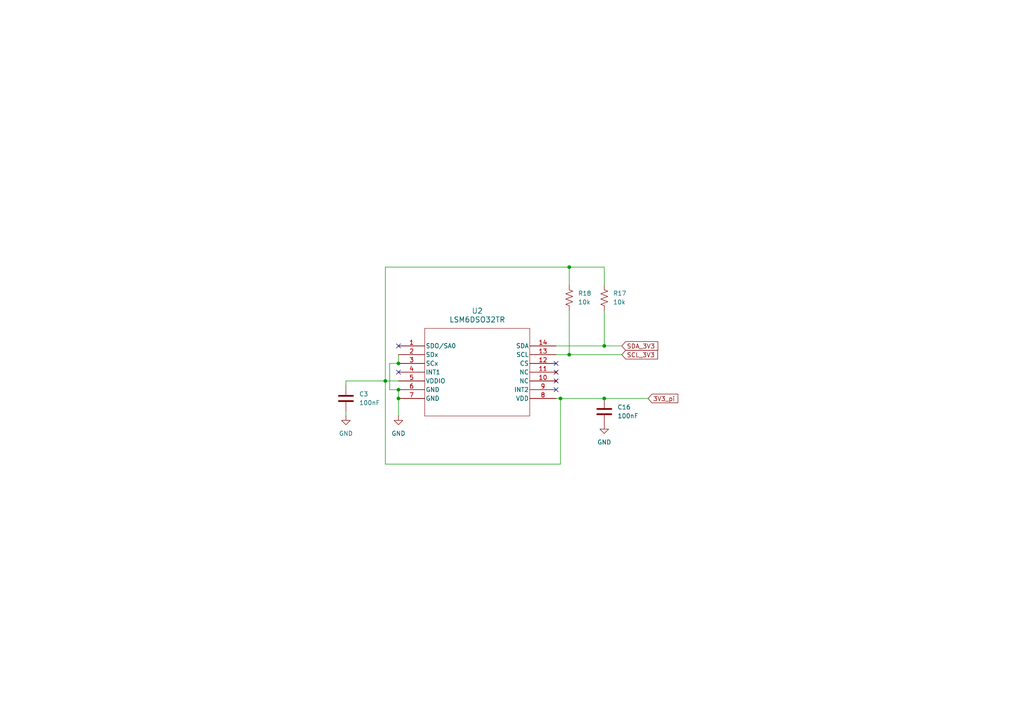
<source format=kicad_sch>
(kicad_sch (version 20231120) (generator "eeschema") (generator_version "8.0")
  (paper "A4")
  (lib_symbols
    (symbol "Alecs_Lib:LSM6DSO32TR" (pin_names (offset 0.254))
      (property "Reference" "U" (at 22.86 10.16 0))
      (property "Value" "LSM6DSO32TR" (at 22.86 7.62 0))
      (symbol "LSM6DSO32TR_0_1"
        (polyline (pts (xy 7.62 -20.32) (xy 38.1 -20.32)) (stroke (width 0.127)))
        (polyline (pts (xy 7.62 5.08) (xy 7.62 -20.32)) (stroke (width 0.127)))
        (polyline (pts (xy 38.1 -20.32) (xy 38.1 5.08)) (stroke (width 0.127)))
        (polyline (pts (xy 38.1 5.08) (xy 7.62 5.08)) (stroke (width 0.127)))
        (pin bidirectional line (at 0 0 0) (length 7.62) (name "SDO/SA0") (number "1"))
        (pin no_connect line (at 45.72 -10.16 180) (length 7.62) (name "NC") (number "10"))
        (pin no_connect line (at 45.72 -7.62 180) (length 7.62) (name "NC") (number "11"))
        (pin input line (at 45.72 -5.08 180) (length 7.62) (name "CS") (number "12"))
        (pin input line (at 45.72 -2.54 180) (length 7.62) (name "SCL") (number "13"))
        (pin bidirectional line (at 45.72 0 180) (length 7.62) (name "SDA") (number "14"))
        (pin unspecified line (at 0 -2.54 0) (length 7.62) (name "SDx") (number "2"))
        (pin unspecified line (at 0 -5.08 0) (length 7.62) (name "SCx") (number "3"))
        (pin output line (at 0 -7.62 0) (length 7.62) (name "INT1") (number "4"))
        (pin power_in line (at 0 -10.16 0) (length 7.62) (name "VDDIO") (number "5"))
        (pin power_out line (at 0 -12.7 0) (length 7.62) (name "GND") (number "6"))
        (pin power_out line (at 0 -15.24 0) (length 7.62) (name "GND") (number "7"))
        (pin power_in line (at 45.72 -15.24 180) (length 7.62) (name "VDD") (number "8"))
        (pin output line (at 45.72 -12.7 180) (length 7.62) (name "INT2") (number "9"))
      )
    )
    (symbol "Device:C" (pin_numbers hide) (pin_names (offset 0.254))
      (property "Reference" "C" (at 0.635 2.54 0))
      (property "Value" "C" (at 0.635 -2.54 0))
      (symbol "C_0_1"
        (polyline (pts (xy -2.032 -0.762) (xy 2.032 -0.762)) (stroke (width 0.508)))
        (polyline (pts (xy -2.032 0.762) (xy 2.032 0.762)) (stroke (width 0.508)))
      )
      (symbol "C_1_1"
        (pin passive line (at 0 3.81 270) (length 2.794) (name "~") (number "1"))
        (pin passive line (at 0 -3.81 90) (length 2.794) (name "~") (number "2"))
      )
    )
    (symbol "Device:R_US" (pin_numbers hide) (pin_names (offset 0))
      (property "Reference" "R" (at 2.54 0 90))
      (property "Value" "R_US" (at -2.54 0 90))
      (symbol "R_US_0_1"
        (polyline (pts (xy 0 -2.286) (xy 0 -2.54)))
        (polyline (pts (xy 0 2.286) (xy 0 2.54)))
        (polyline (pts (xy 0 -0.762) (xy 1.016 -1.143) (xy 0 -1.524) (xy -1.016 -1.905) (xy 0 -2.286)))
        (polyline (pts (xy 0 0.762) (xy 1.016 0.381) (xy 0 0) (xy -1.016 -0.381) (xy 0 -0.762)))
        (polyline (pts (xy 0 2.286) (xy 1.016 1.905) (xy 0 1.524) (xy -1.016 1.143) (xy 0 0.762)))
      )
      (symbol "R_US_1_1"
        (pin passive line (at 0 3.81 270) (length 1.27) (name "~") (number "1"))
        (pin passive line (at 0 -3.81 90) (length 1.27) (name "~") (number "2"))
      )
    )
    (symbol "power:GND" (power) (pin_numbers hide) (pin_names (offset 0) hide)
      (property "Value" "GND" (at 0 -3.81 0))
      (symbol "GND_0_1"
        (polyline (pts (xy 0 0) (xy 0 -1.27) (xy 1.27 -1.27) (xy 0 -2.54) (xy -1.27 -1.27) (xy 0 -1.27)))
      )
      (symbol "GND_1_1"
        (pin power_in line (at 0 0 270) (length 0) (name "~") (number "1"))
      )
    )
  )
  (junction (at 115.57 115.57))
  (junction (at 165.1 102.87))
  (junction (at 111.76 110.49))
  (junction (at 115.57 105.41))
  (junction (at 115.57 113.03))
  (junction (at 165.1 77.47))
  (junction (at 175.26 100.33))
  (junction (at 175.26 115.57))
  (junction (at 162.56 115.57))
  (no_connect (at 161.29 113.03))
  (no_connect (at 115.57 107.95))
  (no_connect (at 161.29 110.49))
  (no_connect (at 115.57 100.33))
  (no_connect (at 161.29 107.95))
  (no_connect (at 161.29 105.41))
  (wire (pts (xy 115.57 102.87) (xy 115.57 105.41)))
  (wire (pts (xy 113.03 113.03) (xy 115.57 113.03)))
  (wire (pts (xy 111.76 110.49) (xy 111.76 134.62)))
  (wire (pts (xy 100.33 120.65) (xy 100.33 119.38)))
  (wire (pts (xy 165.1 77.47) (xy 165.1 82.55)))
  (wire (pts (xy 161.29 100.33) (xy 175.26 100.33)))
  (wire (pts (xy 175.26 100.33) (xy 180.34 100.33)))
  (wire (pts (xy 115.57 120.65) (xy 115.57 115.57)))
  (wire (pts (xy 100.33 110.49) (xy 111.76 110.49)))
  (wire (pts (xy 175.26 90.17) (xy 175.26 100.33)))
  (wire (pts (xy 175.26 115.57) (xy 187.96 115.57)))
  (wire (pts (xy 111.76 110.49) (xy 115.57 110.49)))
  (wire (pts (xy 100.33 111.76) (xy 100.33 110.49)))
  (wire (pts (xy 111.76 77.47) (xy 111.76 110.49)))
  (wire (pts (xy 165.1 102.87) (xy 180.34 102.87)))
  (wire (pts (xy 175.26 82.55) (xy 175.26 77.47)))
  (wire (pts (xy 113.03 105.41) (xy 113.03 113.03)))
  (wire (pts (xy 165.1 77.47) (xy 111.76 77.47)))
  (wire (pts (xy 115.57 113.03) (xy 115.57 115.57)))
  (wire (pts (xy 165.1 90.17) (xy 165.1 102.87)))
  (wire (pts (xy 115.57 105.41) (xy 113.03 105.41)))
  (wire (pts (xy 175.26 77.47) (xy 165.1 77.47)))
  (wire (pts (xy 161.29 102.87) (xy 165.1 102.87)))
  (wire (pts (xy 111.76 134.62) (xy 162.56 134.62)))
  (wire (pts (xy 161.29 115.57) (xy 162.56 115.57)))
  (wire (pts (xy 162.56 134.62) (xy 162.56 115.57)))
  (wire (pts (xy 162.56 115.57) (xy 175.26 115.57)))
  (global_label "SCL_3V3" (shape input) (at 180.34 102.87 0) (property "Intersheetrefs" "${INTERSHEET_REFS}" (effects (hide yes))))
  (global_label "3V3_pi" (shape input) (at 187.96 115.57 0) (property "Intersheetrefs" "${INTERSHEET_REFS}" (effects (hide yes))))
  (global_label "SDA_3V3" (shape input) (at 180.34 100.33 0) (property "Intersheetrefs" "${INTERSHEET_REFS}" (effects (hide yes))))
  (symbol (lib_id "power:GND") (at 175.26 123.19 0) (unit 1)
    (property "Reference" "#PWR033" (effects (hide yes)))
    (property "Value" "GND" (at 175.26 128.27 0))
    (property "Description" "Power symbol creates a global label with name \"GND\" , ground" (effects (hide yes)))
  )
  (symbol (lib_id "Alecs_Lib:LSM6DSO32TR") (at 115.57 100.33 0) (unit 1)
    (property "Reference" "U2" (at 138.43 90.17 0) (effects (font (size 1.524 1.524))))
    (property "Value" "LSM6DSO32TR" (at 138.43 92.71 0) (effects (font (size 1.524 1.524))))
    (property "Footprint" "LGA-14L_2P5X3X0P83_STM" (effects (hide yes)))
    (property "Datasheet" "file:///home/alec/Downloads/lsm6dso32.pdf" (effects (hide yes)))
  )
  (symbol (lib_id "power:GND") (at 100.33 120.65 0) (unit 1)
    (property "Reference" "#PWR027" (effects (hide yes)))
    (property "Value" "GND" (at 100.33 125.73 0))
    (property "Description" "Power symbol creates a global label with name \"GND\" , ground" (effects (hide yes)))
  )
  (symbol (lib_id "Device:C") (at 100.33 115.57 0) (unit 1)
    (property "Reference" "C3" (at 104.14 114.2999 0) (effects (justify left)))
    (property "Value" "100nF" (at 104.14 116.8399 0) (effects (justify left)))
    (property "Description" "Unpolarized capacitor" (effects (hide yes)))
  )
  (symbol (lib_id "Device:R_US") (at 175.26 86.36 0) (unit 1)
    (property "Reference" "R17" (at 177.8 85.0899 0) (effects (justify left)))
    (property "Value" "10k" (at 177.8 87.6299 0) (effects (justify left)))
    (property "Description" "Resistor, US symbol" (effects (hide yes)))
  )
  (symbol (lib_id "Device:C") (at 175.26 119.38 0) (unit 1)
    (property "Reference" "C16" (at 179.07 118.1099 0) (effects (justify left)))
    (property "Value" "100nF" (at 179.07 120.6499 0) (effects (justify left)))
    (property "Description" "Unpolarized capacitor" (effects (hide yes)))
  )
  (symbol (lib_id "Device:R_US") (at 165.1 86.36 0) (unit 1)
    (property "Reference" "R18" (at 167.64 85.0899 0) (effects (justify left)))
    (property "Value" "10k" (at 167.64 87.6299 0) (effects (justify left)))
    (property "Description" "Resistor, US symbol" (effects (hide yes)))
  )
  (symbol (lib_id "power:GND") (at 115.57 120.65 0) (unit 1)
    (property "Reference" "#PWR028" (effects (hide yes)))
    (property "Value" "GND" (at 115.57 125.73 0))
    (property "Description" "Power symbol creates a global label with name \"GND\" , ground" (effects (hide yes)))
  )
)
</source>
